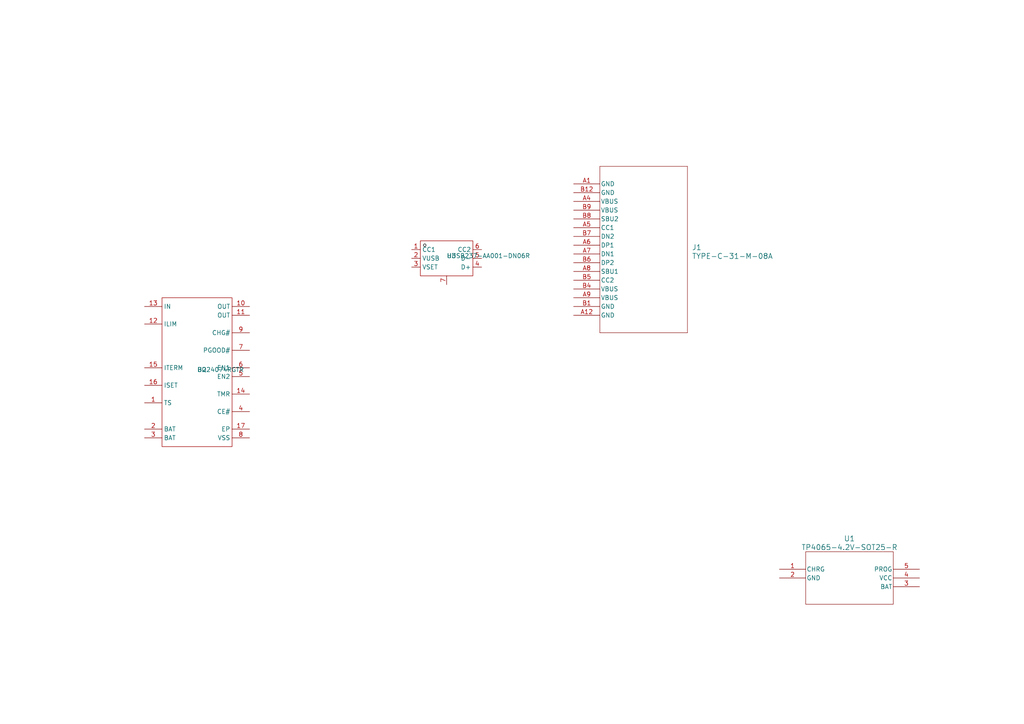
<source format=kicad_sch>
(kicad_sch (version 20250114) (generator "eeschema") (generator_version "9.0")
  (paper "A4")
  (lib_symbols
    (symbol "BQ24074RGTR1_BQ24074RGTR-altium-import:root_0_BQ24074RGTR_"
      (symbol "root_0_BQ24074RGTR__1_0"
        (rectangle (start -10.16 21.59) (end 10.16 -21.59) (stroke (width 0) (color 160 0 0 1)))
        (pin passive line (at -15.24 19.05 0) (length 5.08) (name "IN") (number "13"))
        (pin passive line (at -15.24 13.97 0) (length 5.08) (name "ILIM") (number "12"))
        (pin passive line (at -15.24 1.27 0) (length 5.08) (name "ITERM") (number "15"))
        (pin passive line (at -15.24 -3.81 0) (length 5.08) (name "ISET") (number "16"))
        (pin passive line (at -15.24 -8.89 0) (length 5.08) (name "TS") (number "1"))
        (pin passive line (at -15.24 -16.51 0) (length 5.08) (name "BAT") (number "2"))
        (pin passive line (at -15.24 -19.05 0) (length 5.08) (name "BAT") (number "3"))
        (pin passive line (at 15.24 19.05 180) (length 5.08) (name "OUT") (number "10"))
        (pin passive line (at 15.24 16.51 180) (length 5.08) (name "OUT") (number "11"))
        (pin passive line (at 15.24 11.43 180) (length 5.08) (name "CHG#") (number "9"))
        (pin passive line (at 15.24 6.35 180) (length 5.08) (name "PGOOD#") (number "7"))
        (pin passive line (at 15.24 1.27 180) (length 5.08) (name "EN1") (number "6"))
        (pin passive line (at 15.24 -1.27 180) (length 5.08) (name "EN2") (number "5"))
        (pin passive line (at 15.24 -6.35 180) (length 5.08) (name "TMR") (number "14"))
        (pin passive line (at 15.24 -11.43 180) (length 5.08) (name "CE#") (number "4"))
        (pin passive line (at 15.24 -16.51 180) (length 5.08) (name "EP") (number "17"))
        (pin passive line (at 15.24 -19.05 180) (length 5.08) (name "VSS") (number "8"))
      )
    )
    (symbol "TP4065-4.2V-SOT235:TP4065-4.2V-SOT25-R" (pin_names (offset 0.254))
      (property "Reference" "U" (at 20.32 10.16 0))
      (property "Value" "TP4065-4.2V-SOT25-R" (at 20.32 7.62 0))
      (symbol "TP4065-4.2V-SOT25-R_0_1"
        (polyline (pts (xy 7.62 5.08) (xy 7.62 -10.16)) (stroke (width 0.127)))
        (polyline (pts (xy 7.62 -10.16) (xy 33.02 -10.16)) (stroke (width 0.127)))
        (polyline (pts (xy 33.02 5.08) (xy 7.62 5.08)) (stroke (width 0.127)))
        (polyline (pts (xy 33.02 -10.16) (xy 33.02 5.08)) (stroke (width 0.127)))
        (pin unspecified line (at 0 0 0) (length 7.62) (name "CHRG") (number "1"))
        (pin power_out line (at 0 -2.54 0) (length 7.62) (name "GND") (number "2"))
        (pin unspecified line (at 40.64 0 180) (length 7.62) (name "PROG") (number "5"))
        (pin power_in line (at 40.64 -2.54 180) (length 7.62) (name "VCC") (number "4"))
        (pin power_in line (at 40.64 -5.08 180) (length 7.62) (name "BAT") (number "3"))
      )
    )
    (symbol "TYPE-C-31-M-08A:TYPE-C-31-M-08A" (pin_names (offset 0.254))
      (property "Reference" "J" (at 20.32 10.16 0))
      (property "Value" "TYPE-C-31-M-08A" (at 20.32 7.62 0))
      (symbol "TYPE-C-31-M-08A_0_1"
        (polyline (pts (xy 7.62 5.08) (xy 7.62 -43.18)) (stroke (width 0.127)))
        (polyline (pts (xy 7.62 -43.18) (xy 33.02 -43.18)) (stroke (width 0.127)))
        (polyline (pts (xy 33.02 5.08) (xy 7.62 5.08)) (stroke (width 0.127)))
        (polyline (pts (xy 33.02 -43.18) (xy 33.02 5.08)) (stroke (width 0.127)))
        (pin power_out line (at 0 0 0) (length 7.62) (name "GND") (number "A1"))
        (pin power_out line (at 0 -2.54 0) (length 7.62) (name "GND") (number "B12"))
        (pin unspecified line (at 0 -5.08 0) (length 7.62) (name "VBUS") (number "A4"))
        (pin unspecified line (at 0 -7.62 0) (length 7.62) (name "VBUS") (number "B9"))
        (pin bidirectional line (at 0 -10.16 0) (length 7.62) (name "SBU2") (number "B8"))
        (pin bidirectional line (at 0 -12.7 0) (length 7.62) (name "CC1") (number "A5"))
        (pin bidirectional line (at 0 -15.24 0) (length 7.62) (name "DN2") (number "B7"))
        (pin bidirectional line (at 0 -17.78 0) (length 7.62) (name "DP1") (number "A6"))
        (pin bidirectional line (at 0 -20.32 0) (length 7.62) (name "DN1") (number "A7"))
        (pin bidirectional line (at 0 -22.86 0) (length 7.62) (name "DP2") (number "B6"))
        (pin bidirectional line (at 0 -25.4 0) (length 7.62) (name "SBU1") (number "A8"))
        (pin bidirectional line (at 0 -27.94 0) (length 7.62) (name "CC2") (number "B5"))
        (pin unspecified line (at 0 -30.48 0) (length 7.62) (name "VBUS") (number "B4"))
        (pin unspecified line (at 0 -33.02 0) (length 7.62) (name "VBUS") (number "A9"))
        (pin power_out line (at 0 -35.56 0) (length 7.62) (name "GND") (number "B1"))
        (pin power_out line (at 0 -38.1 0) (length 7.62) (name "GND") (number "A12"))
      )
    )
    (symbol "USB C_Power and Integration-altium-import:root_0_HUSB237-AA001-DN06R_"
      (symbol "root_0_HUSB237-AA001-DN06R__1_0"
        (rectangle (start -7.62 5.08) (end 7.62 -5.08) (stroke (width 0) (color 160 0 0 1)))
        (circle (center -6.35 3.81) (radius 0.381) (stroke (width 0) (color 0 0 0 1)))
        (pin passive line (at -10.16 2.54 0) (length 2.54) (name "CC1") (number "1"))
        (pin passive line (at -10.16 0 0) (length 2.54) (name "VUSB") (number "2"))
        (pin passive line (at -10.16 -2.54 0) (length 2.54) (name "VSET") (number "3"))
        (pin passive line (at 0 -7.62 90) (length 2.54) (name "GND") (number "7"))
        (pin passive line (at 10.16 2.54 180) (length 2.54) (name "CC2") (number "6"))
        (pin passive line (at 10.16 0 180) (length 2.54) (name "D-") (number "5"))
        (pin passive line (at 10.16 -2.54 180) (length 2.54) (name "D+") (number "4"))
      )
    )
  )
  (symbol (lib_id "TP4065-4.2V-SOT235:TP4065-4.2V-SOT25-R") (at 226.06 165.1 0) (unit 1)
    (property "Reference" "U1" (at 246.38 156.21 0) (effects (font (size 1.524 1.524))))
    (property "Value" "TP4065-4.2V-SOT25-R" (at 246.38 158.75 0) (effects (font (size 1.524 1.524))))
    (property "Footprint" "SOT-23-5L_TPW" (effects (hide yes)))
    (property "Datasheet" "https://jlcpcb.com/api/file/downloadByFileSystemAccessId/8588881182792957952" (effects (hide yes)))
    (property "LCSC" "C113540" (effects (hide yes)))
  )
  (symbol (lib_id "TYPE-C-31-M-08A:TYPE-C-31-M-08A") (at 166.37 53.34 0) (unit 1)
    (property "Reference" "J1" (at 200.66 71.755 0) (effects (font (size 1.524 1.524)) (justify left)))
    (property "Value" "TYPE-C-31-M-08A" (at 200.66 74.295 0) (effects (font (size 1.524 1.524)) (justify left)))
    (property "Footprint" "CONN16_1-M-08A_HRO" (effects (hide yes)))
    (property "Datasheet" "https://jlcpcb.com/api/file/downloadByFileSystemAccessId/8589040886851751936" (effects (hide yes)))
    (property "LCSC" "C2848616" (effects (hide yes)))
  )
  (symbol (lib_id "BQ24074RGTR1_BQ24074RGTR-altium-import:root_0_BQ24074RGTR_") (at 57.15 107.95 0) (unit 1)
    (property "Reference" "U2" (at 57.15 107.95 0) (effects (justify left bottom)))
    (property "Value" "BQ24074RGTR" (at 57.15 107.95 0) (effects (justify left bottom)))
    (property "Footprint" "QFN-16_L3.0-W3.0-P0.50-TL-EP1.7" (effects (hide yes)))
    (property "Datasheet" "file:///C:/Users/maari/OneDrive%20-%20University%20of%20Cape%20Town/Year%203/EEE3088F/Datasheets/USB%20C/Charging%20Module/bq24074.pdf" (effects (hide yes)))
    (property "SYMBOL" "BQ24074RGTR" (effects (hide yes)))
    (property "DEVICE" "BQ24074RGTR" (effects (hide yes)))
    (property "LCSC PART NAME" "USB友好型1.5A锂离子电池充电器和电源路径管理IC" (effects (hide yes)))
    (property "SUPPLIER PART" "C54313" (effects (hide yes)))
    (property "MANUFACTURER" "TI(德州仪器)" (effects (hide yes)))
    (property "MANUFACTURER PART" "BQ24074RGTR" (effects (hide yes)))
    (property "SUPPLIER FOOTPRINT" "QFN-16-EP(3x3)" (effects (hide yes)))
    (property "JLCPCB PART CLASS" "Extended Part" (effects (hide yes)))
    (property "DATASHEET" "https://www.ti.com/cn/lit/gpn/bq24074" (effects (hide yes)))
    (property "SUPPLIER" "LCSC" (effects (hide yes)))
    (property "ADD INTO BOM" "yes" (effects (hide yes)))
    (property "CONVERT TO PCB" "yes" (effects (hide yes)))
    (property "SUPPLY VOLTAGE" "10.2V" (effects (hide yes)))
    (property "MAXIMUM CHARGE CURRENT" "1.5A" (effects (hide yes)))
    (property "TYPE OF BATTERY" "Lithium-ion/Polymer" (effects (hide yes)))
    (property "NUMBER OF CELLS" "1" (effects (hide yes)))
    (property "OPERATING TEMPERATURE" "-40℃~+125℃" (effects (hide yes)))
    (property "LCSC" "C54313" (effects (hide yes)))
  )
  (symbol (lib_id "USB C_Power and Integration-altium-import:root_0_HUSB237-AA001-DN06R_") (at 129.54 74.93 0) (unit 1)
    (property "Reference" "U3" (at 129.54 74.93 0) (effects (justify left bottom)))
    (property "Value" "HUSB237-AA001-DN06R" (at 129.54 74.93 0) (effects (justify left bottom)))
    (property "Footprint" "TDFN-6_L2.0-W2.0-P0.65-TL-EP" (effects (hide yes)))
    (property "Datasheet" "https://jlcpcb.com/api/file/downloadByFileSystemAccessId/8590908931298979840" (effects (hide yes)))
    (property "SYMBOL" "HUSB237-AA001-DN06R" (effects (hide yes)))
    (property "DEVICE" "HUSB237-AA001-DN06R" (effects (hide yes)))
    (property "LCSC PART NAME" "HUSB237-AA001-DN06R" (effects (hide yes)))
    (property "SUPPLIER PART" "C22373734" (effects (hide yes)))
    (property "MANUFACTURER" "Hynetek(慧能泰)" (effects (hide yes)))
    (property "MANUFACTURER PART" "HUSB237-AA001-DN06R" (effects (hide yes)))
    (property "SUPPLIER FOOTPRINT" "DFN-6L-EP(2x2)" (effects (hide yes)))
    (property "JLCPCB PART CLASS" "Extended Part" (effects (hide yes)))
    (property "DATASHEET" "https://atta.szlcsc.com/upload/public/pdf/source/20240703/2FA95B5910131204ADEAE742C0EE084D.pdf" (effects (hide yes)))
    (property "SUPPLIER" "LCSC" (effects (hide yes)))
    (property "ADD INTO BOM" "yes" (effects (hide yes)))
    (property "CONVERT TO PCB" "yes" (effects (hide yes)))
    (property "LCSC" "C22373734" (effects (hide yes)))
  )
)
</source>
